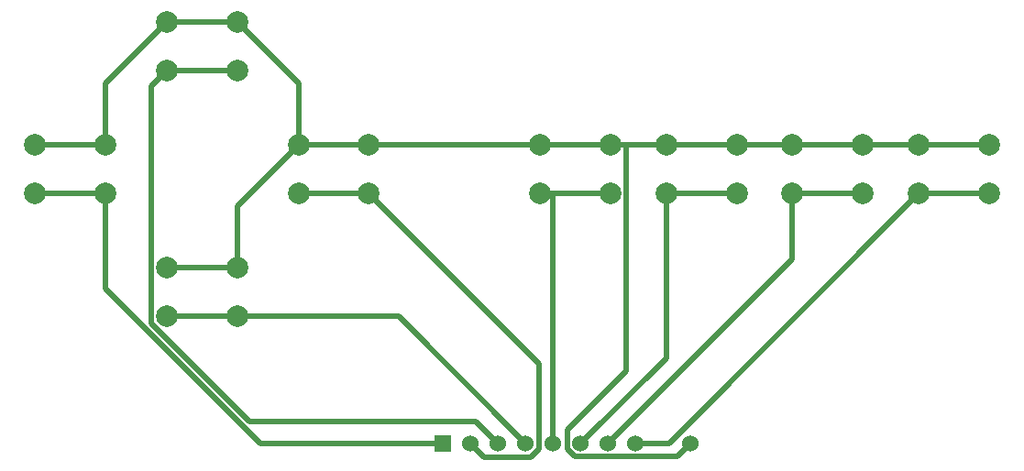
<source format=gbr>
G04 #@! TF.GenerationSoftware,KiCad,Pcbnew,5.1.4-3.fc30*
G04 #@! TF.CreationDate,2019-09-22T10:18:06+02:00*
G04 #@! TF.ProjectId,keyboard_lab1,6b657962-6f61-4726-945f-6c6162312e6b,1.0*
G04 #@! TF.SameCoordinates,Original*
G04 #@! TF.FileFunction,Copper,L2,Bot*
G04 #@! TF.FilePolarity,Positive*
%FSLAX46Y46*%
G04 Gerber Fmt 4.6, Leading zero omitted, Abs format (unit mm)*
G04 Created by KiCad (PCBNEW 5.1.4-3.fc30) date 2019-09-22 10:18:06*
%MOMM*%
%LPD*%
G04 APERTURE LIST*
%ADD10C,1.524000*%
%ADD11R,1.524000X1.524000*%
%ADD12C,2.000000*%
%ADD13C,0.500000*%
G04 APERTURE END LIST*
D10*
X141242000Y-119393000D03*
X136162000Y-119393000D03*
X133622000Y-119393000D03*
X131082000Y-119393000D03*
X128542000Y-119393000D03*
X126002000Y-119393000D03*
X123462000Y-119393000D03*
X120922000Y-119393000D03*
D11*
X118382000Y-119393000D03*
D12*
X127323000Y-96314600D03*
X127323000Y-91814600D03*
X133823000Y-96314600D03*
X133823000Y-91814600D03*
X145479000Y-91814600D03*
X145479000Y-96314600D03*
X138979000Y-91814600D03*
X138979000Y-96314600D03*
X150636000Y-96314600D03*
X150636000Y-91814600D03*
X157136000Y-96314600D03*
X157136000Y-91814600D03*
X168793000Y-91814600D03*
X168793000Y-96314600D03*
X162293000Y-91814600D03*
X162293000Y-96314600D03*
X80701000Y-96314600D03*
X80701000Y-91814600D03*
X87201000Y-96314600D03*
X87201000Y-91814600D03*
X111526000Y-91814600D03*
X111526000Y-96314600D03*
X105026000Y-91814600D03*
X105026000Y-96314600D03*
X92864000Y-84972300D03*
X92864000Y-80472300D03*
X99364000Y-84972300D03*
X99364000Y-80472300D03*
X99364000Y-103157000D03*
X99364000Y-107657000D03*
X92864000Y-103157000D03*
X92864000Y-107657000D03*
D13*
X135299600Y-91814600D02*
X133823000Y-91814600D01*
X138979000Y-91814600D02*
X135299600Y-91814600D01*
X135299600Y-91814600D02*
X135299600Y-112727300D01*
X135299600Y-112727300D02*
X129869600Y-118157300D01*
X129869600Y-118157300D02*
X129869600Y-119958300D01*
X129869600Y-119958300D02*
X130536600Y-120625300D01*
X130536600Y-120625300D02*
X140009700Y-120625300D01*
X140009700Y-120625300D02*
X141242000Y-119393000D01*
X162293000Y-91814600D02*
X168793000Y-91814600D01*
X133823000Y-91814600D02*
X127323000Y-91814600D01*
X145479000Y-91814600D02*
X138979000Y-91814600D01*
X150636000Y-91814600D02*
X145479000Y-91814600D01*
X157136000Y-91814600D02*
X150636000Y-91814600D01*
X162293000Y-91814600D02*
X157136000Y-91814600D01*
X87201000Y-91814600D02*
X87201000Y-86135300D01*
X87201000Y-86135300D02*
X92864000Y-80472300D01*
X87201000Y-91814600D02*
X80701000Y-91814600D01*
X99364000Y-80472300D02*
X105026000Y-86134300D01*
X105026000Y-86134300D02*
X105026000Y-91814600D01*
X99364000Y-80472300D02*
X92864000Y-80472300D01*
X111526000Y-91814600D02*
X127323000Y-91814600D01*
X105026000Y-91814600D02*
X111526000Y-91814600D01*
X99364000Y-103157000D02*
X99364000Y-97476600D01*
X99364000Y-97476600D02*
X105026000Y-91814600D01*
X92864000Y-103157000D02*
X99364000Y-103157000D01*
X162293000Y-96314600D02*
X139214600Y-119393000D01*
X139214600Y-119393000D02*
X136162000Y-119393000D01*
X168793000Y-96314600D02*
X162293000Y-96314600D01*
X150636000Y-96314600D02*
X150636000Y-102379000D01*
X150636000Y-102379000D02*
X133622000Y-119393000D01*
X157136000Y-96314600D02*
X150636000Y-96314600D01*
X138979000Y-96314600D02*
X138979000Y-111496000D01*
X138979000Y-111496000D02*
X131082000Y-119393000D01*
X145479000Y-96314600D02*
X138979000Y-96314600D01*
X128542000Y-96314600D02*
X127323000Y-96314600D01*
X133823000Y-96314600D02*
X128542000Y-96314600D01*
X128542000Y-96314600D02*
X128542000Y-119393000D01*
X99364000Y-107657000D02*
X114266000Y-107657000D01*
X114266000Y-107657000D02*
X126002000Y-119393000D01*
X92864000Y-107657000D02*
X99364000Y-107657000D01*
X92864000Y-84972300D02*
X91408900Y-86427400D01*
X91408900Y-86427400D02*
X91408900Y-108282600D01*
X91408900Y-108282600D02*
X100479300Y-117353000D01*
X100479300Y-117353000D02*
X121422000Y-117353000D01*
X121422000Y-117353000D02*
X123462000Y-119393000D01*
X99364000Y-84972300D02*
X92864000Y-84972300D01*
X111526000Y-96314600D02*
X127214400Y-112003000D01*
X127214400Y-112003000D02*
X127214400Y-119911600D01*
X127214400Y-119911600D02*
X126463000Y-120663000D01*
X126463000Y-120663000D02*
X122192000Y-120663000D01*
X122192000Y-120663000D02*
X120922000Y-119393000D01*
X105026000Y-96314600D02*
X111526000Y-96314600D01*
X87201000Y-96314600D02*
X87201000Y-105065200D01*
X87201000Y-105065200D02*
X101528800Y-119393000D01*
X101528800Y-119393000D02*
X118382000Y-119393000D01*
X87201000Y-96314600D02*
X80701000Y-96314600D01*
M02*

</source>
